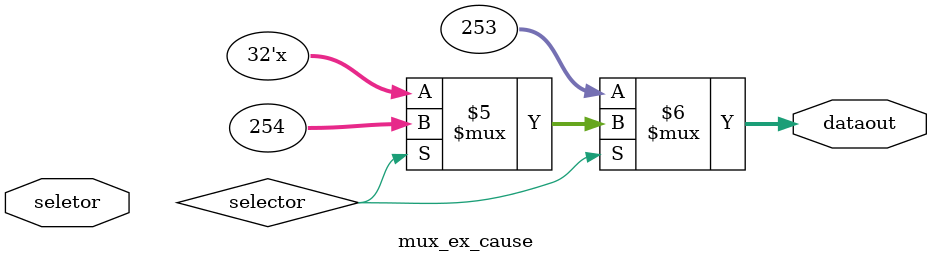
<source format=v>
module mux_ex_cause (   
    input wire [1:0] seletor,
    output wire [31:0] dataout
);
    assign dataout = (selector == 2'b00) ? 32'd253 :
                     (selector == 2'b01) ? 32'd254 :
                     (selector == 2'b10) ? 32'd255 :
                     32'bxx;
    
endmodule
</source>
